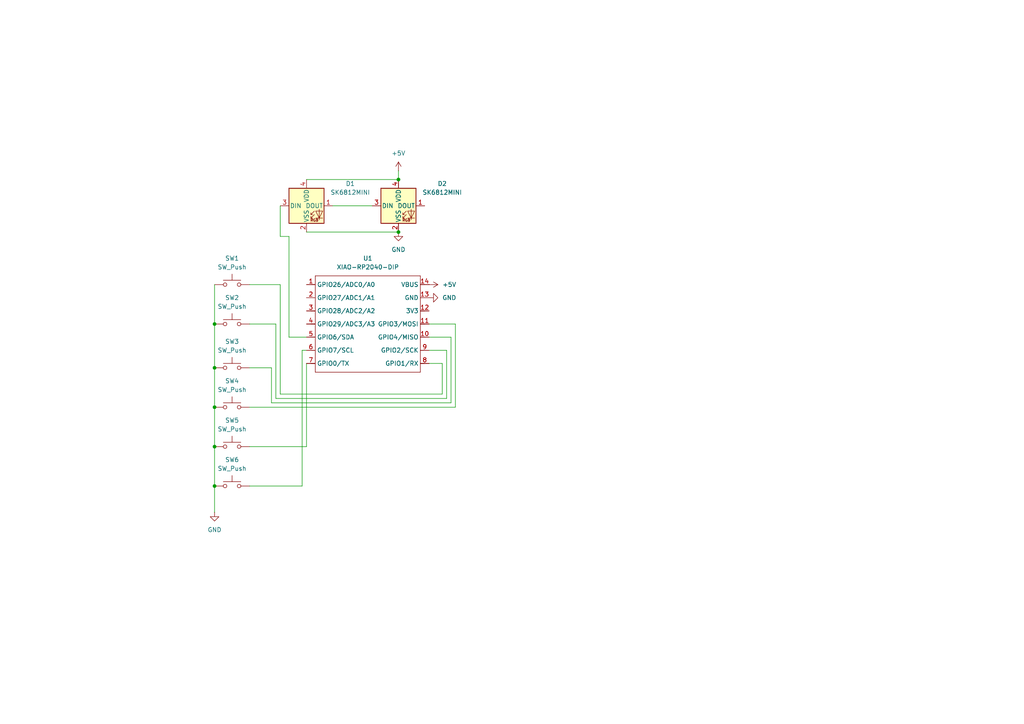
<source format=kicad_sch>
(kicad_sch (version 20250114) (generator "eeschema") (generator_version "9.0")
  (paper "A4")
  (lib_symbols
    (symbol "LED:SK6812MINI" (pin_names (offset 0.254))
      (property "Reference" "D" (at 5.08 5.715 0))
      (property "Value" "SK6812MINI" (at 1.27 -5.715 0))
      (symbol "SK6812MINI_0_0"
        (text "RGB" (at 2.286 -4.191 0) (effects (font (size 0.762 0.762))))
      )
      (symbol "SK6812MINI_0_1"
        (polyline (pts (xy 1.27 -2.54) (xy 1.778 -2.54)))
        (polyline (pts (xy 1.27 -3.556) (xy 1.778 -3.556)))
        (polyline (pts (xy 2.286 -1.524) (xy 1.27 -2.54) (xy 1.27 -2.032)))
        (polyline (pts (xy 2.286 -2.54) (xy 1.27 -3.556) (xy 1.27 -3.048)))
        (polyline (pts (xy 3.683 -1.016) (xy 3.683 -3.556) (xy 3.683 -4.064)))
        (polyline (pts (xy 4.699 -1.524) (xy 2.667 -1.524) (xy 3.683 -3.556) (xy 4.699 -1.524)))
        (polyline (pts (xy 4.699 -3.556) (xy 2.667 -3.556)))
        (rectangle (start 5.08 5.08) (end -5.08 -5.08) (stroke (width 0.254)) (fill (type background)))
      )
      (symbol "SK6812MINI_1_1"
        (pin input line (at -7.62 0 0) (length 2.54) (name "DIN") (number "3"))
        (pin power_in line (at 0 7.62 270) (length 2.54) (name "VDD") (number "4"))
        (pin power_in line (at 0 -7.62 90) (length 2.54) (name "VSS") (number "2"))
        (pin output line (at 7.62 0 180) (length 2.54) (name "DOUT") (number "1"))
      )
    )
    (symbol "OPL:XIAO-RP2040-DIP"
      (property "Reference" "U" (at 0 0 0))
      (property "Value" "XIAO-RP2040-DIP" (at 5.334 -1.778 0))
      (symbol "XIAO-RP2040-DIP_1_0"
        (polyline (pts (xy -1.27 -2.54) (xy 29.21 -2.54)) (stroke (width 0.1524)))
        (polyline (pts (xy -1.27 -5.08) (xy -2.54 -5.08)) (stroke (width 0.1524)))
        (polyline (pts (xy -1.27 -5.08) (xy -1.27 -2.54)) (stroke (width 0.1524)))
        (polyline (pts (xy -1.27 -8.89) (xy -2.54 -8.89)) (stroke (width 0.1524)))
        (polyline (pts (xy -1.27 -8.89) (xy -1.27 -5.08)) (stroke (width 0.1524)))
        (polyline (pts (xy -1.27 -12.7) (xy -2.54 -12.7)) (stroke (width 0.1524)))
        (polyline (pts (xy -1.27 -12.7) (xy -1.27 -8.89)) (stroke (width 0.1524)))
        (polyline (pts (xy -1.27 -16.51) (xy -2.54 -16.51)) (stroke (width 0.1524)))
        (polyline (pts (xy -1.27 -16.51) (xy -1.27 -12.7)) (stroke (width 0.1524)))
        (polyline (pts (xy -1.27 -20.32) (xy -2.54 -20.32)) (stroke (width 0.1524)))
        (polyline (pts (xy -1.27 -24.13) (xy -2.54 -24.13)) (stroke (width 0.1524)))
        (polyline (pts (xy -1.27 -27.94) (xy -2.54 -27.94)) (stroke (width 0.1524)))
        (polyline (pts (xy -1.27 -30.48) (xy -1.27 -16.51)) (stroke (width 0.1524)))
        (polyline (pts (xy 29.21 -2.54) (xy 29.21 -5.08)) (stroke (width 0.1524)))
        (polyline (pts (xy 29.21 -5.08) (xy 29.21 -8.89)) (stroke (width 0.1524)))
        (polyline (pts (xy 29.21 -8.89) (xy 29.21 -12.7)) (stroke (width 0.1524)))
        (polyline (pts (xy 29.21 -12.7) (xy 29.21 -30.48)) (stroke (width 0.1524)))
        (polyline (pts (xy 29.21 -30.48) (xy -1.27 -30.48)) (stroke (width 0.1524)))
        (polyline (pts (xy 30.48 -5.08) (xy 29.21 -5.08)) (stroke (width 0.1524)))
        (polyline (pts (xy 30.48 -8.89) (xy 29.21 -8.89)) (stroke (width 0.1524)))
        (polyline (pts (xy 30.48 -12.7) (xy 29.21 -12.7)) (stroke (width 0.1524)))
        (polyline (pts (xy 30.48 -16.51) (xy 29.21 -16.51)) (stroke (width 0.1524)))
        (polyline (pts (xy 30.48 -20.32) (xy 29.21 -20.32)) (stroke (width 0.1524)))
        (polyline (pts (xy 30.48 -24.13) (xy 29.21 -24.13)) (stroke (width 0.1524)))
        (polyline (pts (xy 30.48 -27.94) (xy 29.21 -27.94)) (stroke (width 0.1524)))
        (pin passive line (at -3.81 -5.08 0) (length 2.54) (name "GPIO26/ADC0/A0") (number "1"))
        (pin passive line (at -3.81 -8.89 0) (length 2.54) (name "GPIO27/ADC1/A1") (number "2"))
        (pin passive line (at -3.81 -12.7 0) (length 2.54) (name "GPIO28/ADC2/A2") (number "3"))
        (pin passive line (at -3.81 -16.51 0) (length 2.54) (name "GPIO29/ADC3/A3") (number "4"))
        (pin passive line (at -3.81 -20.32 0) (length 2.54) (name "GPIO6/SDA") (number "5"))
        (pin passive line (at -3.81 -24.13 0) (length 2.54) (name "GPIO7/SCL") (number "6"))
        (pin passive line (at -3.81 -27.94 0) (length 2.54) (name "GPIO0/TX") (number "7"))
        (pin passive line (at 31.75 -5.08 180) (length 2.54) (name "VBUS") (number "14"))
        (pin passive line (at 31.75 -8.89 180) (length 2.54) (name "GND") (number "13"))
        (pin passive line (at 31.75 -12.7 180) (length 2.54) (name "3V3") (number "12"))
        (pin passive line (at 31.75 -16.51 180) (length 2.54) (name "GPIO3/MOSI") (number "11"))
        (pin passive line (at 31.75 -20.32 180) (length 2.54) (name "GPIO4/MISO") (number "10"))
        (pin passive line (at 31.75 -24.13 180) (length 2.54) (name "GPIO2/SCK") (number "9"))
        (pin passive line (at 31.75 -27.94 180) (length 2.54) (name "GPIO1/RX") (number "8"))
      )
    )
    (symbol "Switch:SW_Push" (pin_numbers (hide yes)) (pin_names (offset 1.016) (hide yes))
      (property "Reference" "SW" (at 1.27 2.54 0))
      (property "Value" "SW_Push" (at 0 -1.524 0))
      (symbol "SW_Push_0_1"
        (circle (center -2.032 0) (radius 0.508))
        (polyline (pts (xy 0 1.27) (xy 0 3.048)))
        (circle (center 2.032 0) (radius 0.508))
        (polyline (pts (xy 2.54 1.27) (xy -2.54 1.27)))
        (pin passive line (at -5.08 0 0) (length 2.54) (name "1") (number "1"))
        (pin passive line (at 5.08 0 180) (length 2.54) (name "2") (number "2"))
      )
    )
    (symbol "power:+5V" (power) (pin_numbers (hide yes)) (pin_names (offset 0) (hide yes))
      (property "Value" "+5V" (at 0 3.556 0))
      (symbol "+5V_0_1"
        (polyline (pts (xy -0.762 1.27) (xy 0 2.54)))
        (polyline (pts (xy 0 2.54) (xy 0.762 1.27)))
        (polyline (pts (xy 0 0) (xy 0 2.54)))
      )
      (symbol "+5V_1_1"
        (pin power_in line (at 0 0 90) (length 0) (name "~") (number "1"))
      )
    )
    (symbol "power:GND" (power) (pin_numbers (hide yes)) (pin_names (offset 0) (hide yes))
      (property "Value" "GND" (at 0 -3.81 0))
      (symbol "GND_0_1"
        (polyline (pts (xy 0 0) (xy 0 -1.27) (xy 1.27 -1.27) (xy 0 -2.54) (xy -1.27 -1.27) (xy 0 -1.27)))
      )
      (symbol "GND_1_1"
        (pin power_in line (at 0 0 270) (length 0) (name "~") (number "1"))
      )
    )
  )
  (junction (at 62.23 129.54))
  (junction (at 62.23 140.97))
  (junction (at 62.23 93.98))
  (junction (at 115.57 67.31))
  (junction (at 62.23 106.68))
  (junction (at 115.57 52.07))
  (junction (at 62.23 118.11))
  (wire (pts (xy 72.39 140.97) (xy 87.63 140.97)))
  (wire (pts (xy 80.01 93.98) (xy 80.01 115.57)))
  (wire (pts (xy 62.23 129.54) (xy 62.23 140.97)))
  (wire (pts (xy 62.23 82.55) (xy 62.23 93.98)))
  (wire (pts (xy 62.23 93.98) (xy 62.23 106.68)))
  (wire (pts (xy 130.81 116.84) (xy 130.81 97.79)))
  (wire (pts (xy 80.01 115.57) (xy 129.54 115.57)))
  (wire (pts (xy 72.39 129.54) (xy 88.9 129.54)))
  (wire (pts (xy 88.9 129.54) (xy 88.9 105.41)))
  (wire (pts (xy 87.63 140.97) (xy 87.63 101.6)))
  (wire (pts (xy 78.74 106.68) (xy 78.74 116.84)))
  (wire (pts (xy 88.9 97.79) (xy 83.82 97.79)))
  (wire (pts (xy 62.23 106.68) (xy 62.23 118.11)))
  (wire (pts (xy 62.23 140.97) (xy 62.23 148.59)))
  (wire (pts (xy 87.63 101.6) (xy 88.9 101.6)))
  (wire (pts (xy 88.9 67.31) (xy 115.57 67.31)))
  (wire (pts (xy 72.39 93.98) (xy 80.01 93.98)))
  (wire (pts (xy 124.46 101.6) (xy 129.54 101.6)))
  (wire (pts (xy 62.23 118.11) (xy 62.23 129.54)))
  (wire (pts (xy 83.82 97.79) (xy 83.82 68.58)))
  (wire (pts (xy 72.39 106.68) (xy 78.74 106.68)))
  (wire (pts (xy 72.39 118.11) (xy 132.08 118.11)))
  (wire (pts (xy 96.52 59.69) (xy 107.95 59.69)))
  (wire (pts (xy 132.08 93.98) (xy 124.46 93.98)))
  (wire (pts (xy 129.54 115.57) (xy 129.54 101.6)))
  (wire (pts (xy 128.27 105.41) (xy 124.46 105.41)))
  (wire (pts (xy 88.9 52.07) (xy 115.57 52.07)))
  (wire (pts (xy 78.74 116.84) (xy 130.81 116.84)))
  (wire (pts (xy 72.39 82.55) (xy 81.28 82.55)))
  (wire (pts (xy 128.27 114.3) (xy 128.27 105.41)))
  (wire (pts (xy 81.28 68.58) (xy 81.28 59.69)))
  (wire (pts (xy 83.82 68.58) (xy 81.28 68.58)))
  (wire (pts (xy 132.08 118.11) (xy 132.08 93.98)))
  (wire (pts (xy 115.57 49.53) (xy 115.57 52.07)))
  (wire (pts (xy 124.46 97.79) (xy 130.81 97.79)))
  (wire (pts (xy 81.28 114.3) (xy 128.27 114.3)))
  (wire (pts (xy 81.28 82.55) (xy 81.28 114.3)))
  (symbol (lib_id "Switch:SW_Push") (at 67.31 93.98 0) (unit 1)
    (property "Reference" "SW2" (at 67.31 86.36 0))
    (property "Value" "SW_Push" (at 67.31 88.9 0))
    (property "Footprint" "Button_Switch_Keyboard:SW_Cherry_MX_1.00u_PCB" (effects (hide yes)))
    (property "Description" "Push button switch, generic, two pins" (effects (hide yes)))
  )
  (symbol (lib_id "Switch:SW_Push") (at 67.31 129.54 0) (unit 1)
    (property "Reference" "SW5" (at 67.31 121.92 0))
    (property "Value" "SW_Push" (at 67.31 124.46 0))
    (property "Footprint" "Button_Switch_Keyboard:SW_Cherry_MX_1.00u_PCB" (effects (hide yes)))
    (property "Description" "Push button switch, generic, two pins" (effects (hide yes)))
  )
  (symbol (lib_id "power:GND") (at 115.57 67.31 0) (unit 1)
    (property "Reference" "#PWR05" (effects (hide yes)))
    (property "Value" "GND" (at 115.57 72.39 0))
    (property "Description" "Power symbol creates a global label with name \"GND\" , ground" (effects (hide yes)))
  )
  (symbol (lib_id "power:GND") (at 124.46 86.36 90) (unit 1)
    (property "Reference" "#PWR04" (effects (hide yes)))
    (property "Value" "GND" (at 128.27 86.3599 90) (effects (justify right)))
    (property "Description" "Power symbol creates a global label with name \"GND\" , ground" (effects (hide yes)))
  )
  (symbol (lib_id "Switch:SW_Push") (at 67.31 140.97 0) (unit 1)
    (property "Reference" "SW6" (at 67.31 133.35 0))
    (property "Value" "SW_Push" (at 67.31 135.89 0))
    (property "Footprint" "Button_Switch_Keyboard:SW_Cherry_MX_1.00u_PCB" (effects (hide yes)))
    (property "Description" "Push button switch, generic, two pins" (effects (hide yes)))
  )
  (symbol (lib_id "Switch:SW_Push") (at 67.31 118.11 0) (unit 1)
    (property "Reference" "SW4" (at 67.31 110.49 0))
    (property "Value" "SW_Push" (at 67.31 113.03 0))
    (property "Footprint" "Button_Switch_Keyboard:SW_Cherry_MX_1.00u_PCB" (effects (hide yes)))
    (property "Description" "Push button switch, generic, two pins" (effects (hide yes)))
  )
  (symbol (lib_id "power:+5V") (at 115.57 49.53 0) (unit 1)
    (property "Reference" "#PWR02" (effects (hide yes)))
    (property "Value" "+5V" (at 115.57 44.45 0))
    (property "Description" "Power symbol creates a global label with name \"+5V\"" (effects (hide yes)))
  )
  (symbol (lib_id "power:+5V") (at 124.46 82.55 270) (unit 1)
    (property "Reference" "#PWR03" (effects (hide yes)))
    (property "Value" "+5V" (at 128.27 82.5499 90) (effects (justify left)))
    (property "Description" "Power symbol creates a global label with name \"+5V\"" (effects (hide yes)))
  )
  (symbol (lib_id "LED:SK6812MINI") (at 115.57 59.69 0) (unit 1)
    (property "Reference" "D2" (at 128.27 53.2698 0))
    (property "Value" "SK6812MINI" (at 128.27 55.8098 0))
    (property "Footprint" "LED_SMD:LED_SK6812MINI_PLCC4_3.5x3.5mm_P1.75mm" (effects (hide yes)))
    (property "Datasheet" "https://cdn-shop.adafruit.com/product-files/2686/SK6812MINI_REV.01-1-2.pdf" (effects (hide yes)))
    (property "Description" "RGB LED with integrated controller" (effects (hide yes)))
  )
  (symbol (lib_id "power:GND") (at 62.23 148.59 0) (unit 1)
    (property "Reference" "#PWR01" (effects (hide yes)))
    (property "Value" "GND" (at 62.23 153.67 0))
    (property "Description" "Power symbol creates a global label with name \"GND\" , ground" (effects (hide yes)))
  )
  (symbol (lib_id "LED:SK6812MINI") (at 88.9 59.69 0) (unit 1)
    (property "Reference" "D1" (at 101.6 53.2698 0))
    (property "Value" "SK6812MINI" (at 101.6 55.8098 0))
    (property "Footprint" "LED_SMD:LED_SK6812MINI_PLCC4_3.5x3.5mm_P1.75mm" (effects (hide yes)))
    (property "Datasheet" "https://cdn-shop.adafruit.com/product-files/2686/SK6812MINI_REV.01-1-2.pdf" (effects (hide yes)))
    (property "Description" "RGB LED with integrated controller" (effects (hide yes)))
  )
  (symbol (lib_id "Switch:SW_Push") (at 67.31 82.55 0) (unit 1)
    (property "Reference" "SW1" (at 67.31 74.93 0))
    (property "Value" "SW_Push" (at 67.31 77.47 0))
    (property "Footprint" "Button_Switch_Keyboard:SW_Cherry_MX_1.00u_PCB" (effects (hide yes)))
    (property "Description" "Push button switch, generic, two pins" (effects (hide yes)))
  )
  (symbol (lib_id "Switch:SW_Push") (at 67.31 106.68 0) (unit 1)
    (property "Reference" "SW3" (at 67.31 99.06 0))
    (property "Value" "SW_Push" (at 67.31 101.6 0))
    (property "Footprint" "Button_Switch_Keyboard:SW_Cherry_MX_1.00u_PCB" (effects (hide yes)))
    (property "Description" "Push button switch, generic, two pins" (effects (hide yes)))
  )
  (symbol (lib_id "OPL:XIAO-RP2040-DIP") (at 92.71 77.47 0) (unit 1)
    (property "Reference" "U1" (at 106.68 74.93 0))
    (property "Value" "XIAO-RP2040-DIP" (at 106.68 77.47 0))
    (property "Footprint" "OPL:XIAO-RP2040-DIP" (effects (hide yes)))
  )
)
</source>
